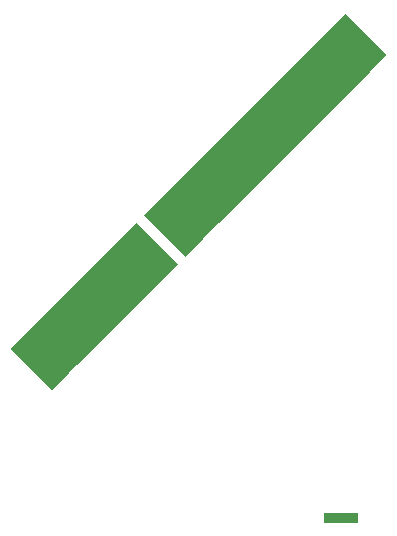
<source format=gbs>
G04 (created by PCBNEW-RS274X (2012-01-19 BZR 3256)-stable) date Wed Aug 28 15:53:45 2013*
G01*
G70*
G90*
%MOIN*%
G04 Gerber Fmt 3.4, Leading zero omitted, Abs format*
%FSLAX34Y34*%
G04 APERTURE LIST*
%ADD10C,0.006000*%
%ADD11R,0.113700X0.035000*%
G04 APERTURE END LIST*
G54D10*
G36*
X46736Y-18315D02*
X45355Y-16934D01*
X45666Y-16623D01*
X47047Y-18004D01*
X46736Y-18315D01*
X46736Y-18315D01*
G37*
G36*
X47014Y-18037D02*
X45633Y-16656D01*
X45944Y-16345D01*
X47325Y-17726D01*
X47014Y-18037D01*
X47014Y-18037D01*
G37*
G36*
X51190Y-13861D02*
X49809Y-12480D01*
X50120Y-12169D01*
X51501Y-13550D01*
X51190Y-13861D01*
X51190Y-13861D01*
G37*
G36*
X50912Y-14139D02*
X49531Y-12758D01*
X49842Y-12447D01*
X51223Y-13828D01*
X50912Y-14139D01*
X50912Y-14139D01*
G37*
G36*
X50634Y-14417D02*
X49253Y-13036D01*
X49564Y-12725D01*
X50945Y-14106D01*
X50634Y-14417D01*
X50634Y-14417D01*
G37*
G36*
X50355Y-14696D02*
X48974Y-13315D01*
X49285Y-13004D01*
X50666Y-14385D01*
X50355Y-14696D01*
X50355Y-14696D01*
G37*
G36*
X50077Y-14974D02*
X48696Y-13593D01*
X49007Y-13282D01*
X50388Y-14663D01*
X50077Y-14974D01*
X50077Y-14974D01*
G37*
G36*
X49519Y-15532D02*
X48138Y-14151D01*
X48449Y-13840D01*
X49830Y-15221D01*
X49519Y-15532D01*
X49519Y-15532D01*
G37*
G36*
X49242Y-15809D02*
X47861Y-14428D01*
X48172Y-14117D01*
X49553Y-15498D01*
X49242Y-15809D01*
X49242Y-15809D01*
G37*
G36*
X48963Y-16088D02*
X47582Y-14707D01*
X47893Y-14396D01*
X49274Y-15777D01*
X48963Y-16088D01*
X48963Y-16088D01*
G37*
G36*
X48684Y-16367D02*
X47303Y-14986D01*
X47614Y-14675D01*
X48995Y-16056D01*
X48684Y-16367D01*
X48684Y-16367D01*
G37*
G36*
X48406Y-16645D02*
X47025Y-15264D01*
X47336Y-14953D01*
X48717Y-16334D01*
X48406Y-16645D01*
X48406Y-16645D01*
G37*
G36*
X54809Y-10242D02*
X53428Y-08861D01*
X53739Y-08550D01*
X55120Y-09931D01*
X54809Y-10242D01*
X54809Y-10242D01*
G37*
G36*
X48128Y-16923D02*
X46747Y-15542D01*
X47058Y-15231D01*
X48439Y-16612D01*
X48128Y-16923D01*
X48128Y-16923D01*
G37*
G36*
X47849Y-17202D02*
X46468Y-15821D01*
X46779Y-15510D01*
X48160Y-16891D01*
X47849Y-17202D01*
X47849Y-17202D01*
G37*
G36*
X47571Y-17480D02*
X46190Y-16099D01*
X46501Y-15788D01*
X47882Y-17169D01*
X47571Y-17480D01*
X47571Y-17480D01*
G37*
G36*
X54531Y-10520D02*
X53150Y-09139D01*
X53461Y-08828D01*
X54842Y-10209D01*
X54531Y-10520D01*
X54531Y-10520D01*
G37*
G36*
X54252Y-10799D02*
X52871Y-09418D01*
X53182Y-09107D01*
X54563Y-10488D01*
X54252Y-10799D01*
X54252Y-10799D01*
G37*
G36*
X53974Y-11077D02*
X52593Y-09696D01*
X52904Y-09385D01*
X54285Y-10766D01*
X53974Y-11077D01*
X53974Y-11077D01*
G37*
G36*
X53696Y-11355D02*
X52315Y-09974D01*
X52626Y-09663D01*
X54007Y-11044D01*
X53696Y-11355D01*
X53696Y-11355D01*
G37*
G36*
X53417Y-11634D02*
X52036Y-10253D01*
X52347Y-09942D01*
X53728Y-11323D01*
X53417Y-11634D01*
X53417Y-11634D01*
G37*
G36*
X53139Y-11912D02*
X51758Y-10531D01*
X52069Y-10220D01*
X53450Y-11601D01*
X53139Y-11912D01*
X53139Y-11912D01*
G37*
G36*
X52860Y-12191D02*
X51479Y-10810D01*
X51790Y-10499D01*
X53171Y-11880D01*
X52860Y-12191D01*
X52860Y-12191D01*
G37*
G36*
X52582Y-12469D02*
X51201Y-11088D01*
X51512Y-10777D01*
X52893Y-12158D01*
X52582Y-12469D01*
X52582Y-12469D01*
G37*
G36*
X52303Y-12748D02*
X50922Y-11367D01*
X51233Y-11056D01*
X52614Y-12437D01*
X52303Y-12748D01*
X52303Y-12748D01*
G37*
G36*
X52025Y-13026D02*
X50644Y-11645D01*
X50955Y-11334D01*
X52336Y-12715D01*
X52025Y-13026D01*
X52025Y-13026D01*
G37*
G36*
X51747Y-13304D02*
X50366Y-11923D01*
X50677Y-11612D01*
X52058Y-12993D01*
X51747Y-13304D01*
X51747Y-13304D01*
G37*
G36*
X51469Y-13582D02*
X50088Y-12201D01*
X50399Y-11890D01*
X51780Y-13271D01*
X51469Y-13582D01*
X51469Y-13582D01*
G37*
G36*
X47293Y-17758D02*
X45912Y-16377D01*
X46223Y-16066D01*
X47604Y-17447D01*
X47293Y-17758D01*
X47293Y-17758D01*
G37*
G36*
X56479Y-08572D02*
X55098Y-07191D01*
X55409Y-06880D01*
X56790Y-08261D01*
X56479Y-08572D01*
X56479Y-08572D01*
G37*
G36*
X55644Y-09407D02*
X54263Y-08026D01*
X54574Y-07715D01*
X55955Y-09096D01*
X55644Y-09407D01*
X55644Y-09407D01*
G37*
G36*
X55923Y-09128D02*
X54542Y-07747D01*
X54853Y-07436D01*
X56234Y-08817D01*
X55923Y-09128D01*
X55923Y-09128D01*
G37*
G36*
X56201Y-08850D02*
X54820Y-07469D01*
X55131Y-07158D01*
X56512Y-08539D01*
X56201Y-08850D01*
X56201Y-08850D01*
G37*
G36*
X45623Y-19428D02*
X44242Y-18047D01*
X44553Y-17736D01*
X45934Y-19117D01*
X45623Y-19428D01*
X45623Y-19428D01*
G37*
G36*
X55366Y-09685D02*
X53985Y-08304D01*
X54296Y-07993D01*
X55677Y-09374D01*
X55366Y-09685D01*
X55366Y-09685D01*
G37*
G36*
X55088Y-09963D02*
X53707Y-08582D01*
X54018Y-08271D01*
X55399Y-09652D01*
X55088Y-09963D01*
X55088Y-09963D01*
G37*
G36*
X46458Y-18593D02*
X45077Y-17212D01*
X45388Y-16901D01*
X46769Y-18282D01*
X46458Y-18593D01*
X46458Y-18593D01*
G37*
G36*
X46179Y-18872D02*
X44798Y-17491D01*
X45109Y-17180D01*
X46490Y-18561D01*
X46179Y-18872D01*
X46179Y-18872D01*
G37*
G36*
X45900Y-19151D02*
X44519Y-17770D01*
X44830Y-17459D01*
X46211Y-18840D01*
X45900Y-19151D01*
X45900Y-19151D01*
G37*
G54D11*
X55271Y-23689D03*
M02*

</source>
